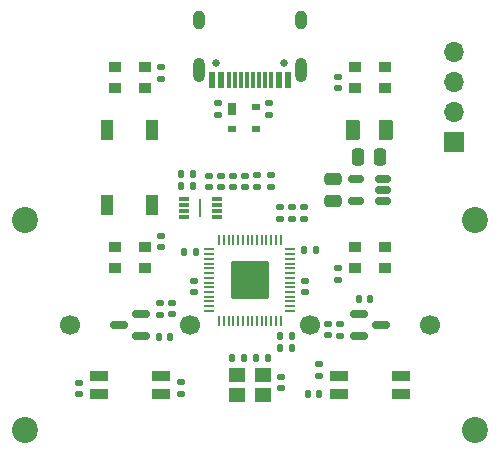
<source format=gbr>
%TF.GenerationSoftware,KiCad,Pcbnew,7.0.3*%
%TF.CreationDate,2023-05-17T00:12:26+01:00*%
%TF.ProjectId,MoonPad,4d6f6f6e-5061-4642-9e6b-696361645f70,rev?*%
%TF.SameCoordinates,Original*%
%TF.FileFunction,Soldermask,Top*%
%TF.FilePolarity,Negative*%
%FSLAX46Y46*%
G04 Gerber Fmt 4.6, Leading zero omitted, Abs format (unit mm)*
G04 Created by KiCad (PCBNEW 7.0.3) date 2023-05-17 00:12:26*
%MOMM*%
%LPD*%
G01*
G04 APERTURE LIST*
G04 Aperture macros list*
%AMRoundRect*
0 Rectangle with rounded corners*
0 $1 Rounding radius*
0 $2 $3 $4 $5 $6 $7 $8 $9 X,Y pos of 4 corners*
0 Add a 4 corners polygon primitive as box body*
4,1,4,$2,$3,$4,$5,$6,$7,$8,$9,$2,$3,0*
0 Add four circle primitives for the rounded corners*
1,1,$1+$1,$2,$3*
1,1,$1+$1,$4,$5*
1,1,$1+$1,$6,$7*
1,1,$1+$1,$8,$9*
0 Add four rect primitives between the rounded corners*
20,1,$1+$1,$2,$3,$4,$5,0*
20,1,$1+$1,$4,$5,$6,$7,0*
20,1,$1+$1,$6,$7,$8,$9,0*
20,1,$1+$1,$8,$9,$2,$3,0*%
G04 Aperture macros list end*
%ADD10RoundRect,0.135000X-0.185000X0.135000X-0.185000X-0.135000X0.185000X-0.135000X0.185000X0.135000X0*%
%ADD11RoundRect,0.135000X0.185000X-0.135000X0.185000X0.135000X-0.185000X0.135000X-0.185000X-0.135000X0*%
%ADD12RoundRect,0.140000X-0.140000X-0.170000X0.140000X-0.170000X0.140000X0.170000X-0.140000X0.170000X0*%
%ADD13RoundRect,0.140000X0.170000X-0.140000X0.170000X0.140000X-0.170000X0.140000X-0.170000X-0.140000X0*%
%ADD14RoundRect,0.140000X-0.170000X0.140000X-0.170000X-0.140000X0.170000X-0.140000X0.170000X0.140000X0*%
%ADD15RoundRect,0.140000X0.140000X0.170000X-0.140000X0.170000X-0.140000X-0.170000X0.140000X-0.170000X0*%
%ADD16R,1.400000X1.200000*%
%ADD17RoundRect,0.082000X-0.718000X0.328000X-0.718000X-0.328000X0.718000X-0.328000X0.718000X0.328000X0*%
%ADD18C,0.650000*%
%ADD19R,0.600000X1.450000*%
%ADD20R,0.300000X1.450000*%
%ADD21O,1.000000X2.100000*%
%ADD22O,1.000000X1.600000*%
%ADD23C,2.200000*%
%ADD24RoundRect,0.150000X-0.587500X-0.150000X0.587500X-0.150000X0.587500X0.150000X-0.587500X0.150000X0*%
%ADD25R,1.000000X0.850000*%
%ADD26R,0.900000X0.300000*%
%ADD27R,0.250000X1.650000*%
%ADD28RoundRect,0.135000X0.135000X0.185000X-0.135000X0.185000X-0.135000X-0.185000X0.135000X-0.185000X0*%
%ADD29RoundRect,0.250000X0.475000X-0.250000X0.475000X0.250000X-0.475000X0.250000X-0.475000X-0.250000X0*%
%ADD30RoundRect,0.250000X0.250000X0.475000X-0.250000X0.475000X-0.250000X-0.475000X0.250000X-0.475000X0*%
%ADD31RoundRect,0.250000X-0.375000X-0.625000X0.375000X-0.625000X0.375000X0.625000X-0.375000X0.625000X0*%
%ADD32RoundRect,0.050000X-0.387500X-0.050000X0.387500X-0.050000X0.387500X0.050000X-0.387500X0.050000X0*%
%ADD33RoundRect,0.050000X-0.050000X-0.387500X0.050000X-0.387500X0.050000X0.387500X-0.050000X0.387500X0*%
%ADD34RoundRect,0.144000X-1.456000X-1.456000X1.456000X-1.456000X1.456000X1.456000X-1.456000X1.456000X0*%
%ADD35RoundRect,0.150000X0.512500X0.150000X-0.512500X0.150000X-0.512500X-0.150000X0.512500X-0.150000X0*%
%ADD36R,0.700000X1.000000*%
%ADD37R,0.700000X0.600000*%
%ADD38R,1.000000X1.700000*%
%ADD39RoundRect,0.135000X-0.135000X-0.185000X0.135000X-0.185000X0.135000X0.185000X-0.135000X0.185000X0*%
%ADD40RoundRect,0.150000X0.587500X0.150000X-0.587500X0.150000X-0.587500X-0.150000X0.587500X-0.150000X0*%
%ADD41C,1.700000*%
%ADD42R,1.700000X1.700000*%
%ADD43O,1.700000X1.700000*%
G04 APERTURE END LIST*
D10*
%TO.C,RLED2*%
X151892000Y-108708000D03*
X151892000Y-109728000D03*
%TD*%
D11*
%TO.C,RLED1*%
X140208000Y-111252000D03*
X140208000Y-110232000D03*
%TD*%
D12*
%TO.C,C27*%
X148618000Y-107315000D03*
X149578000Y-107315000D03*
%TD*%
D13*
%TO.C,C8*%
X148640800Y-95430400D03*
X148640800Y-96390400D03*
%TD*%
D14*
%TO.C,C23*%
X138557000Y-83566000D03*
X138557000Y-84526000D03*
%TD*%
D13*
%TO.C,C9*%
X141351000Y-102588000D03*
X141351000Y-101628000D03*
%TD*%
D15*
%TO.C,C26*%
X151892000Y-111252000D03*
X150932000Y-111252000D03*
%TD*%
D16*
%TO.C,Y1*%
X147150000Y-109640000D03*
X144950000Y-109640000D03*
X144950000Y-111340000D03*
X147150000Y-111340000D03*
%TD*%
D14*
%TO.C,C25*%
X153543000Y-100584000D03*
X153543000Y-101544000D03*
%TD*%
D13*
%TO.C,C14*%
X145669000Y-93698000D03*
X145669000Y-92738000D03*
%TD*%
D17*
%TO.C,D4*%
X153610000Y-111216000D03*
X153610000Y-109716000D03*
X158810000Y-109716000D03*
X158810000Y-111216000D03*
%TD*%
D12*
%TO.C,C6*%
X148618000Y-106299000D03*
X149578000Y-106299000D03*
%TD*%
D11*
%TO.C,R6*%
X143383000Y-87632000D03*
X143383000Y-86612000D03*
%TD*%
D18*
%TO.C,J3*%
X148940000Y-83245000D03*
X143160000Y-83245000D03*
D19*
X149300000Y-84690000D03*
X148500000Y-84690000D03*
D20*
X147300000Y-84690000D03*
X146300000Y-84690000D03*
X145800000Y-84690000D03*
X144800000Y-84690000D03*
D19*
X143600000Y-84690000D03*
X142800000Y-84690000D03*
X142800000Y-84690000D03*
X143600000Y-84690000D03*
D20*
X144300000Y-84690000D03*
X145300000Y-84690000D03*
X146800000Y-84690000D03*
X147800000Y-84690000D03*
D19*
X148500000Y-84690000D03*
X149300000Y-84690000D03*
D21*
X150370000Y-83775000D03*
D22*
X150370000Y-79595000D03*
D21*
X141730000Y-83775000D03*
D22*
X141730000Y-79595000D03*
%TD*%
D23*
%TO.C,H2*%
X165100000Y-96520000D03*
%TD*%
D24*
%TO.C,U5*%
X155272500Y-104460000D03*
X155272500Y-106360000D03*
X157147500Y-105410000D03*
%TD*%
D13*
%TO.C,C10*%
X149656800Y-95430400D03*
X149656800Y-96390400D03*
%TD*%
D17*
%TO.C,D1*%
X133290000Y-111216000D03*
X133290000Y-109716000D03*
X138490000Y-109716000D03*
X138490000Y-111216000D03*
%TD*%
D13*
%TO.C,C11*%
X150672800Y-95430400D03*
X150672800Y-96390400D03*
%TD*%
D25*
%TO.C,D3*%
X137190000Y-85330000D03*
X137190000Y-83555000D03*
X134590000Y-83580000D03*
X134590000Y-85330000D03*
%TD*%
D14*
%TO.C,C17*%
X152654000Y-105309000D03*
X152654000Y-106269000D03*
%TD*%
D15*
%TO.C,C2*%
X145514000Y-108204000D03*
X144554000Y-108204000D03*
%TD*%
D13*
%TO.C,C19*%
X131572000Y-111252000D03*
X131572000Y-110292000D03*
%TD*%
D26*
%TO.C,IC1*%
X140459000Y-94754000D03*
X140459000Y-95254000D03*
X140459000Y-95754000D03*
X140459000Y-96254000D03*
X143259000Y-96254000D03*
X143259000Y-95754000D03*
X143259000Y-95254000D03*
X143259000Y-94754000D03*
D27*
X141859000Y-95504000D03*
%TD*%
D28*
%TO.C,R1*%
X141226000Y-92583000D03*
X140206000Y-92583000D03*
%TD*%
D23*
%TO.C,H4*%
X165100000Y-114300000D03*
%TD*%
D12*
%TO.C,C12*%
X150650000Y-99060000D03*
X151610000Y-99060000D03*
%TD*%
D13*
%TO.C,C15*%
X144653000Y-93698000D03*
X144653000Y-92738000D03*
%TD*%
%TO.C,C20*%
X138557000Y-98806000D03*
X138557000Y-97846000D03*
%TD*%
D15*
%TO.C,C16*%
X141450000Y-99187000D03*
X140490000Y-99187000D03*
%TD*%
D12*
%TO.C,C22*%
X155272800Y-103174800D03*
X156232800Y-103174800D03*
%TD*%
D14*
%TO.C,C3*%
X148717000Y-109756000D03*
X148717000Y-110716000D03*
%TD*%
D11*
%TO.C,R8*%
X138430000Y-104521000D03*
X138430000Y-103501000D03*
%TD*%
D29*
%TO.C,C4*%
X153107602Y-94929997D03*
X153107602Y-93029997D03*
%TD*%
D30*
%TO.C,C1*%
X157105601Y-91185999D03*
X155205601Y-91185999D03*
%TD*%
D12*
%TO.C,C21*%
X138331000Y-106426000D03*
X139291000Y-106426000D03*
%TD*%
D13*
%TO.C,C24*%
X153543000Y-85344000D03*
X153543000Y-84384000D03*
%TD*%
D12*
%TO.C,R9*%
X140236000Y-93599000D03*
X141196000Y-93599000D03*
%TD*%
D25*
%TO.C,D2*%
X137190000Y-100570000D03*
X137190000Y-98795000D03*
X134590000Y-98820000D03*
X134590000Y-100570000D03*
%TD*%
D31*
%TO.C,F1*%
X154810000Y-88900000D03*
X157610000Y-88900000D03*
%TD*%
D13*
%TO.C,C5*%
X142621000Y-93698000D03*
X142621000Y-92738000D03*
%TD*%
D10*
%TO.C,R4*%
X147828000Y-93728000D03*
X147828000Y-92708000D03*
%TD*%
D23*
%TO.C,H3*%
X127000000Y-114300000D03*
%TD*%
D25*
%TO.C,D6*%
X154910000Y-98820000D03*
X154910000Y-100595000D03*
X157510000Y-100570000D03*
X157510000Y-98820000D03*
%TD*%
D32*
%TO.C,U3*%
X142612500Y-99000000D03*
X142612500Y-99400000D03*
X142612500Y-99800000D03*
X142612500Y-100200000D03*
X142612500Y-100600000D03*
X142612500Y-101000000D03*
X142612500Y-101400000D03*
X142612500Y-101800000D03*
X142612500Y-102200000D03*
X142612500Y-102600000D03*
X142612500Y-103000000D03*
X142612500Y-103400000D03*
X142612500Y-103800000D03*
X142612500Y-104200000D03*
D33*
X143450000Y-105037500D03*
X143850000Y-105037500D03*
X144250000Y-105037500D03*
X144650000Y-105037500D03*
X145050000Y-105037500D03*
X145450000Y-105037500D03*
X145850000Y-105037500D03*
X146250000Y-105037500D03*
X146650000Y-105037500D03*
X147050000Y-105037500D03*
X147450000Y-105037500D03*
X147850000Y-105037500D03*
X148250000Y-105037500D03*
X148650000Y-105037500D03*
D32*
X149487500Y-104200000D03*
X149487500Y-103800000D03*
X149487500Y-103400000D03*
X149487500Y-103000000D03*
X149487500Y-102600000D03*
X149487500Y-102200000D03*
X149487500Y-101800000D03*
X149487500Y-101400000D03*
X149487500Y-101000000D03*
X149487500Y-100600000D03*
X149487500Y-100200000D03*
X149487500Y-99800000D03*
X149487500Y-99400000D03*
X149487500Y-99000000D03*
D33*
X148650000Y-98162500D03*
X148250000Y-98162500D03*
X147850000Y-98162500D03*
X147450000Y-98162500D03*
X147050000Y-98162500D03*
X146650000Y-98162500D03*
X146250000Y-98162500D03*
X145850000Y-98162500D03*
X145450000Y-98162500D03*
X145050000Y-98162500D03*
X144650000Y-98162500D03*
X144250000Y-98162500D03*
X143850000Y-98162500D03*
X143450000Y-98162500D03*
D34*
X146050000Y-101600000D03*
%TD*%
D35*
%TO.C,U6*%
X157347500Y-94930000D03*
X157347500Y-93980000D03*
X157347500Y-93030000D03*
X155072500Y-93030000D03*
X155072500Y-94930000D03*
%TD*%
D36*
%TO.C,D7*%
X144542000Y-87134000D03*
D37*
X144542000Y-88834000D03*
X146542000Y-88834000D03*
X146542000Y-86934000D03*
%TD*%
D23*
%TO.C,H1*%
X127000000Y-96520000D03*
%TD*%
D25*
%TO.C,D5*%
X154910000Y-83580000D03*
X154910000Y-85355000D03*
X157510000Y-85330000D03*
X157510000Y-83580000D03*
%TD*%
D13*
%TO.C,C7*%
X143637000Y-93698000D03*
X143637000Y-92738000D03*
%TD*%
D38*
%TO.C,SW1*%
X133990000Y-95200000D03*
X133990000Y-88900000D03*
X137790000Y-95200000D03*
X137790000Y-88900000D03*
%TD*%
D10*
%TO.C,R3*%
X146685000Y-93728000D03*
X146685000Y-92708000D03*
%TD*%
D13*
%TO.C,C13*%
X150749000Y-102588000D03*
X150749000Y-101628000D03*
%TD*%
D11*
%TO.C,R7*%
X153670000Y-106299000D03*
X153670000Y-105279000D03*
%TD*%
D39*
%TO.C,R5*%
X146556000Y-108204000D03*
X147576000Y-108204000D03*
%TD*%
D11*
%TO.C,R2*%
X147701000Y-87632000D03*
X147701000Y-86612000D03*
%TD*%
D14*
%TO.C,C18*%
X139446000Y-103533000D03*
X139446000Y-104493000D03*
%TD*%
D40*
%TO.C,U4*%
X136827500Y-106360000D03*
X136827500Y-104460000D03*
X134952500Y-105410000D03*
%TD*%
D41*
%TO.C,X*%
X140970000Y-105410000D03*
X130810000Y-105410000D03*
%TD*%
%TO.C,Z*%
X161290000Y-105410000D03*
X151130000Y-105410000D03*
%TD*%
D42*
%TO.C,J1*%
X163322000Y-89906000D03*
D43*
X163322000Y-87366000D03*
X163322000Y-84826000D03*
X163322000Y-82286000D03*
%TD*%
M02*

</source>
